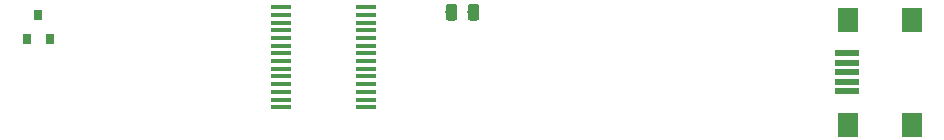
<source format=gbr>
G04 #@! TF.GenerationSoftware,KiCad,Pcbnew,(5.1.4)-1*
G04 #@! TF.CreationDate,2020-06-08T02:01:47+02:00*
G04 #@! TF.ProjectId,Z80Mini,5a38304d-696e-4692-9e6b-696361645f70,rev?*
G04 #@! TF.SameCoordinates,Original*
G04 #@! TF.FileFunction,Paste,Top*
G04 #@! TF.FilePolarity,Positive*
%FSLAX46Y46*%
G04 Gerber Fmt 4.6, Leading zero omitted, Abs format (unit mm)*
G04 Created by KiCad (PCBNEW (5.1.4)-1) date 2020-06-08 02:01:47*
%MOMM*%
%LPD*%
G04 APERTURE LIST*
%ADD10R,1.750000X0.450000*%
%ADD11R,0.800000X0.900000*%
%ADD12C,0.100000*%
%ADD13C,0.975000*%
%ADD14R,1.700000X2.000000*%
%ADD15R,2.000000X0.500000*%
G04 APERTURE END LIST*
D10*
X209340000Y-131665000D03*
X209340000Y-132315000D03*
X209340000Y-132965000D03*
X209340000Y-133615000D03*
X209340000Y-134265000D03*
X209340000Y-134915000D03*
X209340000Y-135565000D03*
X209340000Y-136215000D03*
X209340000Y-136865000D03*
X209340000Y-137515000D03*
X209340000Y-138165000D03*
X209340000Y-138815000D03*
X209340000Y-139465000D03*
X209340000Y-140115000D03*
X202140000Y-140115000D03*
X202140000Y-139465000D03*
X202140000Y-138815000D03*
X202140000Y-138165000D03*
X202140000Y-137515000D03*
X202140000Y-136865000D03*
X202140000Y-136215000D03*
X202140000Y-135565000D03*
X202140000Y-134915000D03*
X202140000Y-134265000D03*
X202140000Y-133615000D03*
X202140000Y-132965000D03*
X202140000Y-132315000D03*
X202140000Y-131665000D03*
D11*
X181610000Y-132350000D03*
X182560000Y-134350000D03*
X180660000Y-134350000D03*
D12*
G36*
X218707642Y-131381174D02*
G01*
X218731303Y-131384684D01*
X218754507Y-131390496D01*
X218777029Y-131398554D01*
X218798653Y-131408782D01*
X218819170Y-131421079D01*
X218838383Y-131435329D01*
X218856107Y-131451393D01*
X218872171Y-131469117D01*
X218886421Y-131488330D01*
X218898718Y-131508847D01*
X218908946Y-131530471D01*
X218917004Y-131552993D01*
X218922816Y-131576197D01*
X218926326Y-131599858D01*
X218927500Y-131623750D01*
X218927500Y-132536250D01*
X218926326Y-132560142D01*
X218922816Y-132583803D01*
X218917004Y-132607007D01*
X218908946Y-132629529D01*
X218898718Y-132651153D01*
X218886421Y-132671670D01*
X218872171Y-132690883D01*
X218856107Y-132708607D01*
X218838383Y-132724671D01*
X218819170Y-132738921D01*
X218798653Y-132751218D01*
X218777029Y-132761446D01*
X218754507Y-132769504D01*
X218731303Y-132775316D01*
X218707642Y-132778826D01*
X218683750Y-132780000D01*
X218196250Y-132780000D01*
X218172358Y-132778826D01*
X218148697Y-132775316D01*
X218125493Y-132769504D01*
X218102971Y-132761446D01*
X218081347Y-132751218D01*
X218060830Y-132738921D01*
X218041617Y-132724671D01*
X218023893Y-132708607D01*
X218007829Y-132690883D01*
X217993579Y-132671670D01*
X217981282Y-132651153D01*
X217971054Y-132629529D01*
X217962996Y-132607007D01*
X217957184Y-132583803D01*
X217953674Y-132560142D01*
X217952500Y-132536250D01*
X217952500Y-131623750D01*
X217953674Y-131599858D01*
X217957184Y-131576197D01*
X217962996Y-131552993D01*
X217971054Y-131530471D01*
X217981282Y-131508847D01*
X217993579Y-131488330D01*
X218007829Y-131469117D01*
X218023893Y-131451393D01*
X218041617Y-131435329D01*
X218060830Y-131421079D01*
X218081347Y-131408782D01*
X218102971Y-131398554D01*
X218125493Y-131390496D01*
X218148697Y-131384684D01*
X218172358Y-131381174D01*
X218196250Y-131380000D01*
X218683750Y-131380000D01*
X218707642Y-131381174D01*
X218707642Y-131381174D01*
G37*
D13*
X218440000Y-132080000D03*
D12*
G36*
X216832642Y-131381174D02*
G01*
X216856303Y-131384684D01*
X216879507Y-131390496D01*
X216902029Y-131398554D01*
X216923653Y-131408782D01*
X216944170Y-131421079D01*
X216963383Y-131435329D01*
X216981107Y-131451393D01*
X216997171Y-131469117D01*
X217011421Y-131488330D01*
X217023718Y-131508847D01*
X217033946Y-131530471D01*
X217042004Y-131552993D01*
X217047816Y-131576197D01*
X217051326Y-131599858D01*
X217052500Y-131623750D01*
X217052500Y-132536250D01*
X217051326Y-132560142D01*
X217047816Y-132583803D01*
X217042004Y-132607007D01*
X217033946Y-132629529D01*
X217023718Y-132651153D01*
X217011421Y-132671670D01*
X216997171Y-132690883D01*
X216981107Y-132708607D01*
X216963383Y-132724671D01*
X216944170Y-132738921D01*
X216923653Y-132751218D01*
X216902029Y-132761446D01*
X216879507Y-132769504D01*
X216856303Y-132775316D01*
X216832642Y-132778826D01*
X216808750Y-132780000D01*
X216321250Y-132780000D01*
X216297358Y-132778826D01*
X216273697Y-132775316D01*
X216250493Y-132769504D01*
X216227971Y-132761446D01*
X216206347Y-132751218D01*
X216185830Y-132738921D01*
X216166617Y-132724671D01*
X216148893Y-132708607D01*
X216132829Y-132690883D01*
X216118579Y-132671670D01*
X216106282Y-132651153D01*
X216096054Y-132629529D01*
X216087996Y-132607007D01*
X216082184Y-132583803D01*
X216078674Y-132560142D01*
X216077500Y-132536250D01*
X216077500Y-131623750D01*
X216078674Y-131599858D01*
X216082184Y-131576197D01*
X216087996Y-131552993D01*
X216096054Y-131530471D01*
X216106282Y-131508847D01*
X216118579Y-131488330D01*
X216132829Y-131469117D01*
X216148893Y-131451393D01*
X216166617Y-131435329D01*
X216185830Y-131421079D01*
X216206347Y-131408782D01*
X216227971Y-131398554D01*
X216250493Y-131390496D01*
X216273697Y-131384684D01*
X216297358Y-131381174D01*
X216321250Y-131380000D01*
X216808750Y-131380000D01*
X216832642Y-131381174D01*
X216832642Y-131381174D01*
G37*
D13*
X216565000Y-132080000D03*
D14*
X255580000Y-132710000D03*
X250130000Y-132710000D03*
X255580000Y-141610000D03*
X250130000Y-141610000D03*
D15*
X250030000Y-135560000D03*
X250030000Y-136360000D03*
X250030000Y-137160000D03*
X250030000Y-137960000D03*
X250030000Y-138760000D03*
M02*

</source>
